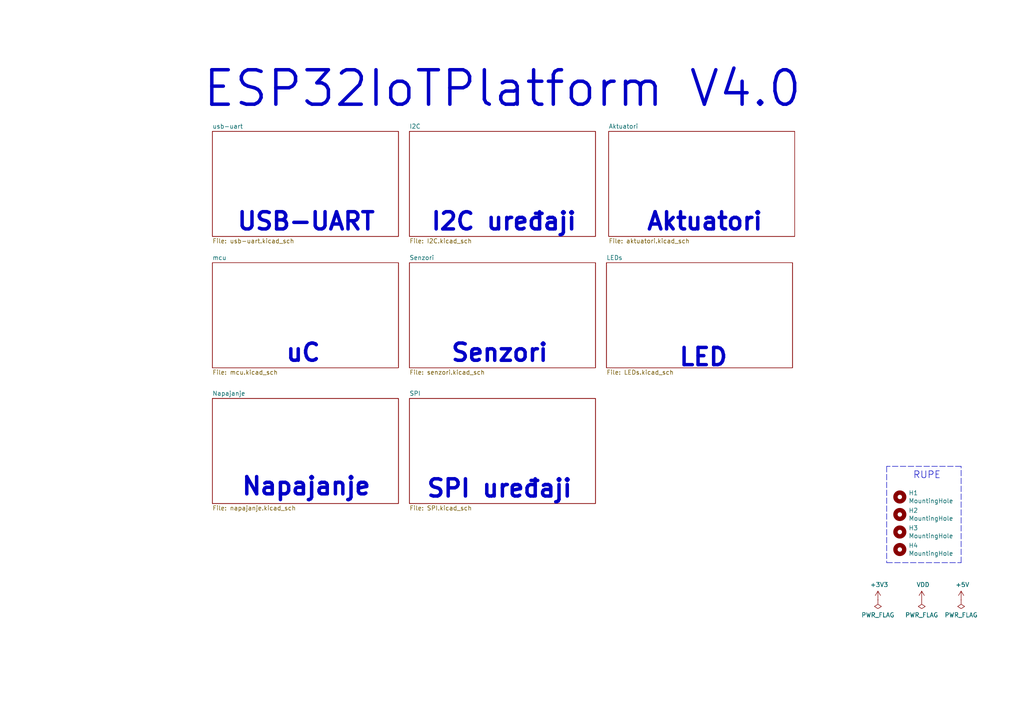
<source format=kicad_sch>
(kicad_sch (version 20211123) (generator eeschema)
  (paper "A4")
  (title_block (title "ESP32IoTPlatform") (date "2022-02-09") (rev "v4r1") (company "TVZ"))
  (lib_symbols
    (symbol "Mechanical:MountingHole" (pin_names (offset 1.016))
      (property "Reference" "H" (at 0 5.08 0))
      (property "Value" "MountingHole" (at 0 3.175 0))
      (symbol "MountingHole_0_1"
        (circle (center 0 0) (radius 1.27) (stroke (width 1.27)))
      )
    )
    (symbol "power:+3V3" (power) (pin_names (offset 0))
      (property "Value" "+3V3" (at 0 3.556 0))
      (symbol "+3V3_0_1"
        (polyline (pts (xy -0.762 1.27) (xy 0 2.54)))
        (polyline (pts (xy 0 0) (xy 0 2.54)))
        (polyline (pts (xy 0 2.54) (xy 0.762 1.27)))
      )
      (symbol "+3V3_1_1"
        (pin power_in line (at 0 0 90) (length 0) hide (name "+3V3") (number "1"))
      )
    )
    (symbol "power:+5V" (power) (pin_names (offset 0))
      (property "Value" "+5V" (at 0 3.556 0))
      (symbol "+5V_0_1"
        (polyline (pts (xy -0.762 1.27) (xy 0 2.54)))
        (polyline (pts (xy 0 0) (xy 0 2.54)))
        (polyline (pts (xy 0 2.54) (xy 0.762 1.27)))
      )
      (symbol "+5V_1_1"
        (pin power_in line (at 0 0 90) (length 0) hide (name "+5V") (number "1"))
      )
    )
    (symbol "power:PWR_FLAG" (power) (pin_numbers hide) (pin_names (offset 0) hide)
      (property "Value" "PWR_FLAG" (at 0 3.81 0))
      (symbol "PWR_FLAG_0_0"
        (pin power_out line (at 0 0 90) (length 0) (name "pwr") (number "1"))
      )
      (symbol "PWR_FLAG_0_1"
        (polyline (pts (xy 0 0) (xy 0 1.27) (xy -1.016 1.905) (xy 0 2.54) (xy 1.016 1.905) (xy 0 1.27)))
      )
    )
    (symbol "power:VDD" (power) (pin_names (offset 0))
      (property "Value" "VDD" (at 0 3.81 0))
      (symbol "VDD_0_1"
        (polyline (pts (xy -0.762 1.27) (xy 0 2.54)))
        (polyline (pts (xy 0 0) (xy 0 2.54)))
        (polyline (pts (xy 0 2.54) (xy 0.762 1.27)))
      )
      (symbol "VDD_1_1"
        (pin power_in line (at 0 0 90) (length 0) hide (name "VDD") (number "1"))
      )
    )
  )
  (polyline (pts (xy 278.765 135.255) (xy 257.175 135.255)))
  (polyline (pts (xy 257.175 135.255) (xy 257.175 163.195)))
  (polyline (pts (xy 278.765 163.195) (xy 278.765 135.255)))
  (polyline (pts (xy 257.175 163.195) (xy 278.765 163.195)))
  (text "RUPE" (at 264.795 139.065 0) (effects (font (size 2.0066 2.0066)) (justify left bottom)))
  (text "LED" (at 211.455 106.68 180) (effects (font (size 5 5) (thickness 1) bold) (justify right bottom)))
  (text "Aktuatori" (at 221.615 67.31 180) (effects (font (size 5 5) (thickness 1) bold) (justify right bottom)))
  (text "Senzori" (at 159.385 105.41 180) (effects (font (size 5 5) (thickness 1) bold) (justify right bottom)))
  (text "Napajanje" (at 107.95 144.145 180) (effects (font (size 5 5) (thickness 1) bold) (justify right bottom)))
  (text "SPI uređaji" (at 166.37 144.78 180) (effects (font (size 5 5) (thickness 1) bold) (justify right bottom)))
  (text "uC" (at 93.345 105.41 180) (effects (font (size 5 5) (thickness 1) bold) (justify right bottom)))
  (text "ESP32IoTPlatform V4.0" (at 233.045 31.75 180) (effects (font (size 10 10) (thickness 1) bold) (justify right bottom)))
  (text "I2C uređaji" (at 167.64 67.31 180) (effects (font (size 5 5) (thickness 1) bold) (justify right bottom)))
  (text "USB-UART" (at 109.22 67.31 180) (effects (font (size 5 5) (thickness 1) bold) (justify right bottom)))
  (symbol (lib_id "power:PWR_FLAG") (at 267.335 173.99 180) (unit 1)
    (property "Reference" "#FLG0103" (effects hide))
    (property "Value" "PWR_FLAG" (at 267.335 178.3842 0))
  )
  (symbol (lib_id "power:PWR_FLAG") (at 254.635 173.99 180) (unit 1)
    (property "Reference" "#FLG0102" (effects hide))
    (property "Value" "PWR_FLAG" (at 254.635 178.3842 0))
  )
  (symbol (lib_id "power:+3V3") (at 254.635 173.99 0) (unit 1)
    (property "Reference" "#PWR0102" (effects hide))
    (property "Value" "+3V3" (at 255.016 169.5958 0))
  )
  (symbol (lib_id "power:PWR_FLAG") (at 278.765 173.99 180) (unit 1)
    (property "Reference" "#FLG0101" (effects hide))
    (property "Value" "PWR_FLAG" (at 278.765 178.3842 0))
  )
  (symbol (lib_id "power:+5V") (at 278.765 173.99 0) (unit 1)
    (property "Reference" "#PWR0103" (effects hide))
    (property "Value" "+5V" (at 279.146 169.5958 0))
  )
  (symbol (lib_id "Mechanical:MountingHole") (at 260.985 159.385 0) (unit 1)
    (property "Reference" "H4" (at 263.525 158.2166 0) (effects (justify left)))
    (property "Value" "MountingHole" (at 263.525 160.528 0) (effects (justify left)))
    (property "Footprint" "ESP32IoTPlatform:MountingHole_3.2mm_M3_Pad_Via_edited" (effects hide))
  )
  (symbol (lib_id "Mechanical:MountingHole") (at 260.985 144.145 0) (unit 1)
    (property "Reference" "H1" (at 263.525 142.9766 0) (effects (justify left)))
    (property "Value" "MountingHole" (at 263.525 145.288 0) (effects (justify left)))
    (property "Footprint" "ESP32IoTPlatform:MountingHole_3.2mm_M3_Pad_Via_edited" (effects hide))
  )
  (symbol (lib_id "Mechanical:MountingHole") (at 260.985 149.225 0) (unit 1)
    (property "Reference" "H2" (at 263.525 148.0566 0) (effects (justify left)))
    (property "Value" "MountingHole" (at 263.525 150.368 0) (effects (justify left)))
    (property "Footprint" "ESP32IoTPlatform:MountingHole_3.2mm_M3_Pad_Via_edited" (effects hide))
  )
  (symbol (lib_id "power:VDD") (at 267.335 173.99 0) (unit 1)
    (property "Reference" "#PWR0101" (effects hide))
    (property "Value" "VDD" (at 267.716 169.5958 0))
  )
  (symbol (lib_id "Mechanical:MountingHole") (at 260.985 154.305 0) (unit 1)
    (property "Reference" "H3" (at 263.525 153.1366 0) (effects (justify left)))
    (property "Value" "MountingHole" (at 263.525 155.448 0) (effects (justify left)))
    (property "Footprint" "ESP32IoTPlatform:MountingHole_3.2mm_M3_Pad_Via_edited" (effects hide))
  )
  (sheet (at 61.595 115.57) (size 53.975 30.48) (stroke (width 0.1524))
    (property "Sheet name" "Napajanje" (at 61.595 114.8584 0) (effects (justify left bottom)))
    (property "Sheet file" "napajanje.kicad_sch" (at 61.595 146.6346 0) (effects (justify left top)))
  )
  (sheet (at 118.745 38.1) (size 53.975 30.48) (stroke (width 0.1524))
    (property "Sheet name" "I2C" (at 118.745 37.3884 0) (effects (justify left bottom)))
    (property "Sheet file" "I2C.kicad_sch" (at 118.745 69.1646 0) (effects (justify left top)))
  )
  (sheet (at 61.595 38.1) (size 53.975 30.48) (stroke (width 0.1524))
    (property "Sheet name" "usb-uart" (at 61.595 37.3884 0) (effects (justify left bottom)))
    (property "Sheet file" "usb-uart.kicad_sch" (at 61.595 69.1646 0) (effects (justify left top)))
  )
  (sheet (at 175.895 76.2) (size 53.975 30.48) (stroke (width 0.1524))
    (property "Sheet name" "LEDs" (at 175.895 75.4884 0) (effects (justify left bottom)))
    (property "Sheet file" "LEDs.kicad_sch" (at 175.895 107.2646 0) (effects (justify left top)))
  )
  (sheet (at 176.53 38.1) (size 53.975 30.48) (stroke (width 0.1524))
    (property "Sheet name" "Aktuatori" (at 176.53 37.3884 0) (effects (justify left bottom)))
    (property "Sheet file" "aktuatori.kicad_sch" (at 176.53 69.1646 0) (effects (justify left top)))
  )
  (sheet (at 118.745 115.57) (size 53.975 30.48) (stroke (width 0.1524))
    (property "Sheet name" "SPI" (at 118.745 114.8584 0) (effects (justify left bottom)))
    (property "Sheet file" "SPI.kicad_sch" (at 118.745 146.6346 0) (effects (justify left top)))
  )
  (sheet (at 61.595 76.2) (size 53.975 30.48) (stroke (width 0.1524))
    (property "Sheet name" "mcu" (at 61.595 75.4884 0) (effects (justify left bottom)))
    (property "Sheet file" "mcu.kicad_sch" (at 61.595 107.2646 0) (effects (justify left top)))
  )
  (sheet (at 118.745 76.2) (size 53.975 30.48) (stroke (width 0.1524))
    (property "Sheet name" "Senzori" (at 118.745 75.4884 0) (effects (justify left bottom)))
    (property "Sheet file" "senzori.kicad_sch" (at 118.745 107.2646 0) (effects (justify left top)))
  )
)
</source>
